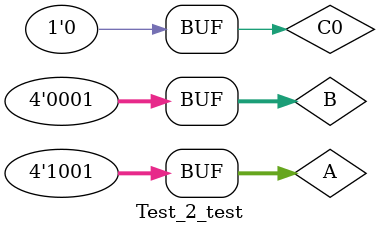
<source format=v>
`timescale 1ns / 1ps


module Test_2_test;

	// Inputs
	reg [3:0] A;
	reg [3:0] B;
	reg C0;

	// Outputs
	wire C4;
	wire [3:0] F;

	// Instantiate the Unit Under Test (UUT)
	Test_2 uut (
		.A(A), 
		.B(B), 
		.C0(C0), 
		.C4(C4), 
		.F(F)
	);

	initial begin
		// Initialize Inputs
		A = 0;
		B = 0;
		C0 = 0;

		// Wait 100 ns for global reset to finish
		#100;
        
		// Add stimulus here
      A=1100;B=1011;C0=0;
		#100;
		
		A=1011;B=0010;C0=1;
		#100;
		
		A=1011;B=1101;C0=0;
		#100;
		
		A=1010;B=0010;C0=1;
		#100;
		
		A=0111;B=1000;C0=0;
		#100;
		
		A=0011;B=0100;C0=1;
		#100;
		
		A=1001;B=0001;C0=0;
		#100;
	end
      
endmodule


</source>
